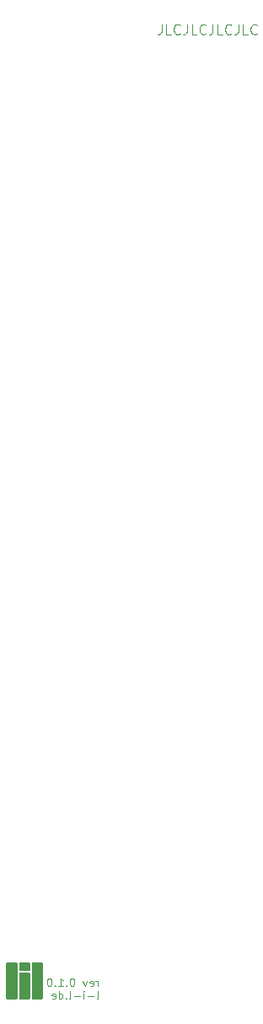
<source format=gbo>
G04 #@! TF.GenerationSoftware,KiCad,Pcbnew,8.0.5*
G04 #@! TF.CreationDate,2024-11-11T16:09:23-05:00*
G04 #@! TF.ProjectId,kicad_frontpanel,6b696361-645f-4667-926f-6e7470616e65,rev?*
G04 #@! TF.SameCoordinates,Original*
G04 #@! TF.FileFunction,Legend,Bot*
G04 #@! TF.FilePolarity,Positive*
%FSLAX46Y46*%
G04 Gerber Fmt 4.6, Leading zero omitted, Abs format (unit mm)*
G04 Created by KiCad (PCBNEW 8.0.5) date 2024-11-11 16:09:23*
%MOMM*%
%LPD*%
G01*
G04 APERTURE LIST*
%ADD10C,0.000000*%
%ADD11C,0.100000*%
%ADD12C,0.150000*%
%ADD13C,6.400000*%
%ADD14C,2.200000*%
%ADD15O,6.400000X3.200000*%
%ADD16C,7.200000*%
G04 APERTURE END LIST*
D10*
G36*
X23849387Y-133409812D02*
G01*
X23857422Y-133410428D01*
X23865342Y-133411442D01*
X23873140Y-133412844D01*
X23880803Y-133414624D01*
X23888323Y-133416772D01*
X23895688Y-133419278D01*
X23902890Y-133422131D01*
X23909917Y-133425321D01*
X23916759Y-133428838D01*
X23923407Y-133432671D01*
X23929849Y-133436812D01*
X23936077Y-133441249D01*
X23942079Y-133445972D01*
X23947846Y-133450972D01*
X23953367Y-133456237D01*
X23958633Y-133461758D01*
X23963632Y-133467525D01*
X23968355Y-133473527D01*
X23972792Y-133479755D01*
X23976933Y-133486198D01*
X23980767Y-133492845D01*
X23984284Y-133499688D01*
X23987474Y-133506715D01*
X23990326Y-133513916D01*
X23992832Y-133521281D01*
X23994980Y-133528801D01*
X23996760Y-133536465D01*
X23998162Y-133544262D01*
X23999176Y-133552183D01*
X23999792Y-133560217D01*
X24000000Y-133568354D01*
X24000000Y-134150438D01*
X23999792Y-134158575D01*
X23999176Y-134166609D01*
X23998162Y-134174530D01*
X23996760Y-134182327D01*
X23994980Y-134189991D01*
X23992832Y-134197510D01*
X23990326Y-134204876D01*
X23987474Y-134212077D01*
X23984284Y-134219104D01*
X23980767Y-134225946D01*
X23976933Y-134232594D01*
X23972792Y-134239037D01*
X23968355Y-134245264D01*
X23963632Y-134251267D01*
X23958633Y-134257033D01*
X23953367Y-134262555D01*
X23947846Y-134267820D01*
X23942079Y-134272820D01*
X23936077Y-134277543D01*
X23929849Y-134281980D01*
X23923407Y-134286120D01*
X23916759Y-134289954D01*
X23909917Y-134293471D01*
X23902890Y-134296661D01*
X23895688Y-134299514D01*
X23888323Y-134302019D01*
X23880803Y-134304167D01*
X23873140Y-134305947D01*
X23865342Y-134307350D01*
X23857422Y-134308364D01*
X23849387Y-134308980D01*
X23841250Y-134309188D01*
X23034271Y-134309188D01*
X23026134Y-134308980D01*
X23018099Y-134308364D01*
X23010179Y-134307350D01*
X23002381Y-134305947D01*
X22994718Y-134304167D01*
X22987198Y-134302019D01*
X22979833Y-134299514D01*
X22972631Y-134296661D01*
X22965604Y-134293471D01*
X22958762Y-134289954D01*
X22952114Y-134286120D01*
X22945672Y-134281980D01*
X22939444Y-134277543D01*
X22933442Y-134272820D01*
X22927675Y-134267820D01*
X22922154Y-134262555D01*
X22916888Y-134257033D01*
X22911889Y-134251267D01*
X22907166Y-134245264D01*
X22902729Y-134239037D01*
X22898588Y-134232594D01*
X22894754Y-134225946D01*
X22891237Y-134219104D01*
X22888047Y-134212077D01*
X22885194Y-134204876D01*
X22882689Y-134197510D01*
X22880541Y-134189991D01*
X22878761Y-134182327D01*
X22877359Y-134174530D01*
X22876344Y-134166609D01*
X22875728Y-134158575D01*
X22875521Y-134150438D01*
X22875521Y-133568354D01*
X22875728Y-133560217D01*
X22876344Y-133552183D01*
X22877359Y-133544262D01*
X22878761Y-133536465D01*
X22880541Y-133528801D01*
X22882689Y-133521281D01*
X22885194Y-133513916D01*
X22888047Y-133506715D01*
X22891237Y-133499688D01*
X22894754Y-133492845D01*
X22898588Y-133486198D01*
X22902729Y-133479755D01*
X22907166Y-133473527D01*
X22911889Y-133467525D01*
X22916888Y-133461758D01*
X22922154Y-133456237D01*
X22927675Y-133450972D01*
X22933442Y-133445972D01*
X22939444Y-133441249D01*
X22945672Y-133436812D01*
X22952114Y-133432671D01*
X22958762Y-133428838D01*
X22965604Y-133425321D01*
X22972631Y-133422131D01*
X22979833Y-133419278D01*
X22987198Y-133416772D01*
X22994718Y-133414624D01*
X23002381Y-133412844D01*
X23010179Y-133411442D01*
X23018099Y-133410428D01*
X23026134Y-133409812D01*
X23034271Y-133409604D01*
X23841250Y-133409604D01*
X23849387Y-133409812D01*
G37*
G36*
X22574096Y-133409812D02*
G01*
X22582130Y-133410428D01*
X22590051Y-133411442D01*
X22597848Y-133412844D01*
X22605511Y-133414625D01*
X22613031Y-133416772D01*
X22620397Y-133419278D01*
X22627598Y-133422131D01*
X22634625Y-133425321D01*
X22641467Y-133428838D01*
X22648115Y-133432671D01*
X22654558Y-133436812D01*
X22660785Y-133441249D01*
X22666787Y-133445972D01*
X22672554Y-133450972D01*
X22678075Y-133456237D01*
X22683341Y-133461758D01*
X22688340Y-133467525D01*
X22693064Y-133473527D01*
X22697501Y-133479755D01*
X22701641Y-133486198D01*
X22705475Y-133492845D01*
X22708992Y-133499688D01*
X22712182Y-133506715D01*
X22715035Y-133513916D01*
X22717540Y-133521282D01*
X22719688Y-133528801D01*
X22721468Y-133536465D01*
X22722870Y-133544262D01*
X22723885Y-133552183D01*
X22724501Y-133560217D01*
X22724708Y-133568354D01*
X22724708Y-137001323D01*
X22724501Y-137009340D01*
X22723885Y-137017262D01*
X22722870Y-137025077D01*
X22721468Y-137032776D01*
X22719688Y-137040348D01*
X22717540Y-137047782D01*
X22715035Y-137055069D01*
X22712182Y-137062198D01*
X22708992Y-137069158D01*
X22705475Y-137075939D01*
X22701641Y-137082530D01*
X22697501Y-137088922D01*
X22693064Y-137095104D01*
X22688340Y-137101065D01*
X22683341Y-137106794D01*
X22678076Y-137112283D01*
X22672554Y-137117519D01*
X22666787Y-137122493D01*
X22660785Y-137127194D01*
X22654558Y-137131612D01*
X22648115Y-137135736D01*
X22641467Y-137139557D01*
X22634625Y-137143063D01*
X22627598Y-137146244D01*
X22620397Y-137149090D01*
X22613031Y-137151590D01*
X22605511Y-137153735D01*
X22597848Y-137155512D01*
X22590051Y-137156913D01*
X22582130Y-137157927D01*
X22574096Y-137158542D01*
X22565958Y-137158750D01*
X21758979Y-137158750D01*
X21750842Y-137158542D01*
X21742808Y-137157926D01*
X21734887Y-137156912D01*
X21727090Y-137155510D01*
X21719426Y-137153730D01*
X21711906Y-137151582D01*
X21704541Y-137149076D01*
X21697340Y-137146223D01*
X21690313Y-137143034D01*
X21683470Y-137139517D01*
X21676823Y-137135683D01*
X21670380Y-137131542D01*
X21664152Y-137127105D01*
X21658150Y-137122382D01*
X21652383Y-137117383D01*
X21646862Y-137112117D01*
X21641597Y-137106596D01*
X21636597Y-137100829D01*
X21631874Y-137094827D01*
X21627437Y-137088599D01*
X21623296Y-137082157D01*
X21619463Y-137075509D01*
X21615946Y-137068667D01*
X21612756Y-137061640D01*
X21609903Y-137054438D01*
X21607397Y-137047073D01*
X21605249Y-137039553D01*
X21603469Y-137031890D01*
X21602067Y-137024092D01*
X21601053Y-137016172D01*
X21600437Y-137008137D01*
X21600229Y-137000000D01*
X21600229Y-133568354D01*
X21600437Y-133560217D01*
X21601053Y-133552183D01*
X21602067Y-133544262D01*
X21603469Y-133536465D01*
X21605249Y-133528801D01*
X21607397Y-133521282D01*
X21609903Y-133513916D01*
X21612756Y-133506715D01*
X21615946Y-133499688D01*
X21619463Y-133492845D01*
X21623296Y-133486198D01*
X21627437Y-133479755D01*
X21631874Y-133473527D01*
X21636597Y-133467525D01*
X21641597Y-133461758D01*
X21646862Y-133456237D01*
X21652383Y-133450972D01*
X21658150Y-133445972D01*
X21664152Y-133441249D01*
X21670380Y-133436812D01*
X21676823Y-133432671D01*
X21683470Y-133428838D01*
X21690313Y-133425321D01*
X21697340Y-133422131D01*
X21704541Y-133419278D01*
X21711906Y-133416772D01*
X21719426Y-133414625D01*
X21727090Y-133412844D01*
X21734887Y-133411442D01*
X21742808Y-133410428D01*
X21750842Y-133409812D01*
X21758979Y-133409604D01*
X22565958Y-133409604D01*
X22574096Y-133409812D01*
G37*
G36*
X23849387Y-134458885D02*
G01*
X23857422Y-134459501D01*
X23865342Y-134460515D01*
X23873140Y-134461917D01*
X23880803Y-134463697D01*
X23888323Y-134465845D01*
X23895688Y-134468351D01*
X23902890Y-134471203D01*
X23909917Y-134474393D01*
X23916759Y-134477910D01*
X23923407Y-134481744D01*
X23929849Y-134485885D01*
X23936077Y-134490322D01*
X23942079Y-134495045D01*
X23947846Y-134500045D01*
X23953367Y-134505310D01*
X23958633Y-134510831D01*
X23963632Y-134516598D01*
X23968355Y-134522600D01*
X23972792Y-134528828D01*
X23976933Y-134535271D01*
X23980767Y-134541918D01*
X23984284Y-134548761D01*
X23987474Y-134555787D01*
X23990326Y-134562989D01*
X23992832Y-134570354D01*
X23994980Y-134577874D01*
X23996760Y-134585538D01*
X23998162Y-134593335D01*
X23999176Y-134601256D01*
X23999792Y-134609290D01*
X24000000Y-134617427D01*
X24000000Y-137000000D01*
X23999792Y-137008137D01*
X23999176Y-137016172D01*
X23998162Y-137024092D01*
X23996760Y-137031890D01*
X23994980Y-137039553D01*
X23992832Y-137047073D01*
X23990326Y-137054438D01*
X23987474Y-137061640D01*
X23984284Y-137068667D01*
X23980767Y-137075509D01*
X23976933Y-137082157D01*
X23972792Y-137088599D01*
X23968355Y-137094827D01*
X23963632Y-137100829D01*
X23958633Y-137106596D01*
X23953367Y-137112117D01*
X23947846Y-137117383D01*
X23942079Y-137122382D01*
X23936077Y-137127105D01*
X23929849Y-137131542D01*
X23923407Y-137135683D01*
X23916759Y-137139517D01*
X23909917Y-137143034D01*
X23902890Y-137146223D01*
X23895688Y-137149076D01*
X23888323Y-137151582D01*
X23880803Y-137153730D01*
X23873140Y-137155510D01*
X23865342Y-137156912D01*
X23857422Y-137157926D01*
X23849387Y-137158542D01*
X23841250Y-137158750D01*
X23034271Y-137158750D01*
X23026134Y-137158542D01*
X23018099Y-137157926D01*
X23010179Y-137156912D01*
X23002381Y-137155510D01*
X22994718Y-137153730D01*
X22987198Y-137151582D01*
X22979833Y-137149076D01*
X22972631Y-137146223D01*
X22965604Y-137143034D01*
X22958762Y-137139517D01*
X22952114Y-137135683D01*
X22945672Y-137131542D01*
X22939444Y-137127105D01*
X22933442Y-137122382D01*
X22927675Y-137117383D01*
X22922154Y-137112117D01*
X22916888Y-137106596D01*
X22911889Y-137100829D01*
X22907166Y-137094827D01*
X22902729Y-137088599D01*
X22898588Y-137082157D01*
X22894754Y-137075509D01*
X22891237Y-137068667D01*
X22888047Y-137061640D01*
X22885194Y-137054438D01*
X22882689Y-137047073D01*
X22880541Y-137039553D01*
X22878761Y-137031890D01*
X22877359Y-137024092D01*
X22876344Y-137016172D01*
X22875728Y-137008137D01*
X22875521Y-137000000D01*
X22875521Y-134617427D01*
X22875728Y-134609290D01*
X22876344Y-134601256D01*
X22877359Y-134593335D01*
X22878761Y-134585538D01*
X22880541Y-134577874D01*
X22882689Y-134570354D01*
X22885194Y-134562989D01*
X22888047Y-134555787D01*
X22891237Y-134548761D01*
X22894754Y-134541918D01*
X22898588Y-134535271D01*
X22902729Y-134528828D01*
X22907166Y-134522600D01*
X22911889Y-134516598D01*
X22916888Y-134510831D01*
X22922154Y-134505310D01*
X22927675Y-134500045D01*
X22933442Y-134495045D01*
X22939444Y-134490322D01*
X22945672Y-134485885D01*
X22952114Y-134481744D01*
X22958762Y-134477910D01*
X22965604Y-134474393D01*
X22972631Y-134471203D01*
X22979833Y-134468351D01*
X22987198Y-134465845D01*
X22994718Y-134463697D01*
X23002381Y-134461917D01*
X23010179Y-134460515D01*
X23018099Y-134459501D01*
X23026134Y-134458885D01*
X23034271Y-134458677D01*
X23841250Y-134458677D01*
X23849387Y-134458885D01*
G37*
G36*
X25124679Y-133409812D02*
G01*
X25132713Y-133410428D01*
X25140634Y-133411442D01*
X25148431Y-133412844D01*
X25156095Y-133414625D01*
X25163614Y-133416772D01*
X25170980Y-133419278D01*
X25178181Y-133422131D01*
X25185208Y-133425321D01*
X25192050Y-133428838D01*
X25198698Y-133432671D01*
X25205141Y-133436812D01*
X25211368Y-133441249D01*
X25217371Y-133445972D01*
X25223137Y-133450972D01*
X25228659Y-133456237D01*
X25233924Y-133461758D01*
X25238924Y-133467525D01*
X25243647Y-133473527D01*
X25248084Y-133479755D01*
X25252224Y-133486198D01*
X25256058Y-133492845D01*
X25259575Y-133499688D01*
X25262765Y-133506715D01*
X25265618Y-133513916D01*
X25268123Y-133521282D01*
X25270271Y-133528801D01*
X25272051Y-133536465D01*
X25273454Y-133544262D01*
X25274468Y-133552183D01*
X25275084Y-133560217D01*
X25275291Y-133568354D01*
X25275291Y-137001323D01*
X25275084Y-137009340D01*
X25274468Y-137017262D01*
X25273454Y-137025077D01*
X25272051Y-137032776D01*
X25270271Y-137040348D01*
X25268123Y-137047782D01*
X25265618Y-137055069D01*
X25262765Y-137062198D01*
X25259575Y-137069158D01*
X25256058Y-137075939D01*
X25252224Y-137082530D01*
X25248084Y-137088922D01*
X25243647Y-137095104D01*
X25238924Y-137101065D01*
X25233924Y-137106794D01*
X25228659Y-137112283D01*
X25223137Y-137117519D01*
X25217371Y-137122493D01*
X25211368Y-137127194D01*
X25205141Y-137131612D01*
X25198698Y-137135736D01*
X25192050Y-137139557D01*
X25185208Y-137143063D01*
X25178181Y-137146244D01*
X25170980Y-137149090D01*
X25163614Y-137151590D01*
X25156095Y-137153735D01*
X25148431Y-137155512D01*
X25140634Y-137156913D01*
X25132713Y-137157927D01*
X25124679Y-137158542D01*
X25116542Y-137158750D01*
X24309562Y-137158750D01*
X24301425Y-137158542D01*
X24293391Y-137157926D01*
X24285470Y-137156912D01*
X24277673Y-137155510D01*
X24270009Y-137153730D01*
X24262490Y-137151582D01*
X24255124Y-137149076D01*
X24247923Y-137146223D01*
X24240896Y-137143034D01*
X24234053Y-137139517D01*
X24227406Y-137135683D01*
X24220963Y-137131542D01*
X24214736Y-137127105D01*
X24208733Y-137122382D01*
X24202966Y-137117383D01*
X24197445Y-137112117D01*
X24192180Y-137106596D01*
X24187180Y-137100829D01*
X24182457Y-137094827D01*
X24178020Y-137088599D01*
X24173880Y-137082157D01*
X24170046Y-137075509D01*
X24166529Y-137068667D01*
X24163339Y-137061640D01*
X24160486Y-137054438D01*
X24157981Y-137047073D01*
X24155833Y-137039553D01*
X24154053Y-137031890D01*
X24152650Y-137024092D01*
X24151636Y-137016172D01*
X24151020Y-137008137D01*
X24150813Y-137000000D01*
X24150813Y-133568354D01*
X24151020Y-133560217D01*
X24151636Y-133552183D01*
X24152650Y-133544262D01*
X24154053Y-133536465D01*
X24155833Y-133528801D01*
X24157981Y-133521282D01*
X24160486Y-133513916D01*
X24163339Y-133506715D01*
X24166529Y-133499688D01*
X24170046Y-133492845D01*
X24173880Y-133486198D01*
X24178020Y-133479755D01*
X24182457Y-133473527D01*
X24187180Y-133467525D01*
X24192180Y-133461758D01*
X24197445Y-133456237D01*
X24202966Y-133450972D01*
X24208733Y-133445972D01*
X24214736Y-133441249D01*
X24220963Y-133436812D01*
X24227406Y-133432671D01*
X24234053Y-133428838D01*
X24240896Y-133425321D01*
X24247923Y-133422131D01*
X24255124Y-133419278D01*
X24262490Y-133416772D01*
X24270009Y-133414625D01*
X24277673Y-133412844D01*
X24285470Y-133411442D01*
X24293391Y-133410428D01*
X24301425Y-133409812D01*
X24309562Y-133409604D01*
X25116542Y-133409604D01*
X25124679Y-133409812D01*
G37*
D11*
X30793734Y-135808940D02*
X30793734Y-135275606D01*
X30793734Y-135427987D02*
X30755639Y-135351797D01*
X30755639Y-135351797D02*
X30717544Y-135313702D01*
X30717544Y-135313702D02*
X30641353Y-135275606D01*
X30641353Y-135275606D02*
X30565163Y-135275606D01*
X29993734Y-135770845D02*
X30069925Y-135808940D01*
X30069925Y-135808940D02*
X30222306Y-135808940D01*
X30222306Y-135808940D02*
X30298496Y-135770845D01*
X30298496Y-135770845D02*
X30336592Y-135694654D01*
X30336592Y-135694654D02*
X30336592Y-135389892D01*
X30336592Y-135389892D02*
X30298496Y-135313702D01*
X30298496Y-135313702D02*
X30222306Y-135275606D01*
X30222306Y-135275606D02*
X30069925Y-135275606D01*
X30069925Y-135275606D02*
X29993734Y-135313702D01*
X29993734Y-135313702D02*
X29955639Y-135389892D01*
X29955639Y-135389892D02*
X29955639Y-135466083D01*
X29955639Y-135466083D02*
X30336592Y-135542273D01*
X29688973Y-135275606D02*
X29498497Y-135808940D01*
X29498497Y-135808940D02*
X29308020Y-135275606D01*
X28241353Y-135008940D02*
X28165163Y-135008940D01*
X28165163Y-135008940D02*
X28088972Y-135047035D01*
X28088972Y-135047035D02*
X28050877Y-135085130D01*
X28050877Y-135085130D02*
X28012782Y-135161321D01*
X28012782Y-135161321D02*
X27974687Y-135313702D01*
X27974687Y-135313702D02*
X27974687Y-135504178D01*
X27974687Y-135504178D02*
X28012782Y-135656559D01*
X28012782Y-135656559D02*
X28050877Y-135732749D01*
X28050877Y-135732749D02*
X28088972Y-135770845D01*
X28088972Y-135770845D02*
X28165163Y-135808940D01*
X28165163Y-135808940D02*
X28241353Y-135808940D01*
X28241353Y-135808940D02*
X28317544Y-135770845D01*
X28317544Y-135770845D02*
X28355639Y-135732749D01*
X28355639Y-135732749D02*
X28393734Y-135656559D01*
X28393734Y-135656559D02*
X28431830Y-135504178D01*
X28431830Y-135504178D02*
X28431830Y-135313702D01*
X28431830Y-135313702D02*
X28393734Y-135161321D01*
X28393734Y-135161321D02*
X28355639Y-135085130D01*
X28355639Y-135085130D02*
X28317544Y-135047035D01*
X28317544Y-135047035D02*
X28241353Y-135008940D01*
X27631829Y-135732749D02*
X27593734Y-135770845D01*
X27593734Y-135770845D02*
X27631829Y-135808940D01*
X27631829Y-135808940D02*
X27669925Y-135770845D01*
X27669925Y-135770845D02*
X27631829Y-135732749D01*
X27631829Y-135732749D02*
X27631829Y-135808940D01*
X26831830Y-135808940D02*
X27288973Y-135808940D01*
X27060401Y-135808940D02*
X27060401Y-135008940D01*
X27060401Y-135008940D02*
X27136592Y-135123225D01*
X27136592Y-135123225D02*
X27212782Y-135199416D01*
X27212782Y-135199416D02*
X27288973Y-135237511D01*
X26488972Y-135732749D02*
X26450877Y-135770845D01*
X26450877Y-135770845D02*
X26488972Y-135808940D01*
X26488972Y-135808940D02*
X26527068Y-135770845D01*
X26527068Y-135770845D02*
X26488972Y-135732749D01*
X26488972Y-135732749D02*
X26488972Y-135808940D01*
X25955639Y-135008940D02*
X25879449Y-135008940D01*
X25879449Y-135008940D02*
X25803258Y-135047035D01*
X25803258Y-135047035D02*
X25765163Y-135085130D01*
X25765163Y-135085130D02*
X25727068Y-135161321D01*
X25727068Y-135161321D02*
X25688973Y-135313702D01*
X25688973Y-135313702D02*
X25688973Y-135504178D01*
X25688973Y-135504178D02*
X25727068Y-135656559D01*
X25727068Y-135656559D02*
X25765163Y-135732749D01*
X25765163Y-135732749D02*
X25803258Y-135770845D01*
X25803258Y-135770845D02*
X25879449Y-135808940D01*
X25879449Y-135808940D02*
X25955639Y-135808940D01*
X25955639Y-135808940D02*
X26031830Y-135770845D01*
X26031830Y-135770845D02*
X26069925Y-135732749D01*
X26069925Y-135732749D02*
X26108020Y-135656559D01*
X26108020Y-135656559D02*
X26146116Y-135504178D01*
X26146116Y-135504178D02*
X26146116Y-135313702D01*
X26146116Y-135313702D02*
X26108020Y-135161321D01*
X26108020Y-135161321D02*
X26069925Y-135085130D01*
X26069925Y-135085130D02*
X26031830Y-135047035D01*
X26031830Y-135047035D02*
X25955639Y-135008940D01*
X30679449Y-137096895D02*
X30755639Y-137058800D01*
X30755639Y-137058800D02*
X30793734Y-136982609D01*
X30793734Y-136982609D02*
X30793734Y-136296895D01*
X30374686Y-136792133D02*
X29765163Y-136792133D01*
X29384210Y-137096895D02*
X29384210Y-136563561D01*
X29384210Y-136296895D02*
X29422306Y-136334990D01*
X29422306Y-136334990D02*
X29384210Y-136373085D01*
X29384210Y-136373085D02*
X29346115Y-136334990D01*
X29346115Y-136334990D02*
X29384210Y-136296895D01*
X29384210Y-136296895D02*
X29384210Y-136373085D01*
X29003258Y-136792133D02*
X28393735Y-136792133D01*
X27898497Y-137096895D02*
X27974687Y-137058800D01*
X27974687Y-137058800D02*
X28012782Y-136982609D01*
X28012782Y-136982609D02*
X28012782Y-136296895D01*
X27593734Y-137020704D02*
X27555639Y-137058800D01*
X27555639Y-137058800D02*
X27593734Y-137096895D01*
X27593734Y-137096895D02*
X27631830Y-137058800D01*
X27631830Y-137058800D02*
X27593734Y-137020704D01*
X27593734Y-137020704D02*
X27593734Y-137096895D01*
X26869925Y-137096895D02*
X26869925Y-136296895D01*
X26869925Y-137058800D02*
X26946116Y-137096895D01*
X26946116Y-137096895D02*
X27098497Y-137096895D01*
X27098497Y-137096895D02*
X27174687Y-137058800D01*
X27174687Y-137058800D02*
X27212782Y-137020704D01*
X27212782Y-137020704D02*
X27250878Y-136944514D01*
X27250878Y-136944514D02*
X27250878Y-136715942D01*
X27250878Y-136715942D02*
X27212782Y-136639752D01*
X27212782Y-136639752D02*
X27174687Y-136601657D01*
X27174687Y-136601657D02*
X27098497Y-136563561D01*
X27098497Y-136563561D02*
X26946116Y-136563561D01*
X26946116Y-136563561D02*
X26869925Y-136601657D01*
X26184210Y-137058800D02*
X26260401Y-137096895D01*
X26260401Y-137096895D02*
X26412782Y-137096895D01*
X26412782Y-137096895D02*
X26488972Y-137058800D01*
X26488972Y-137058800D02*
X26527068Y-136982609D01*
X26527068Y-136982609D02*
X26527068Y-136677847D01*
X26527068Y-136677847D02*
X26488972Y-136601657D01*
X26488972Y-136601657D02*
X26412782Y-136563561D01*
X26412782Y-136563561D02*
X26260401Y-136563561D01*
X26260401Y-136563561D02*
X26184210Y-136601657D01*
X26184210Y-136601657D02*
X26146115Y-136677847D01*
X26146115Y-136677847D02*
X26146115Y-136754038D01*
X26146115Y-136754038D02*
X26527068Y-136830228D01*
X37189598Y-39272419D02*
X37189598Y-39986704D01*
X37189598Y-39986704D02*
X37141979Y-40129561D01*
X37141979Y-40129561D02*
X37046741Y-40224800D01*
X37046741Y-40224800D02*
X36903884Y-40272419D01*
X36903884Y-40272419D02*
X36808646Y-40272419D01*
X38141979Y-40272419D02*
X37665789Y-40272419D01*
X37665789Y-40272419D02*
X37665789Y-39272419D01*
X39046741Y-40177180D02*
X38999122Y-40224800D01*
X38999122Y-40224800D02*
X38856265Y-40272419D01*
X38856265Y-40272419D02*
X38761027Y-40272419D01*
X38761027Y-40272419D02*
X38618170Y-40224800D01*
X38618170Y-40224800D02*
X38522932Y-40129561D01*
X38522932Y-40129561D02*
X38475313Y-40034323D01*
X38475313Y-40034323D02*
X38427694Y-39843847D01*
X38427694Y-39843847D02*
X38427694Y-39700990D01*
X38427694Y-39700990D02*
X38475313Y-39510514D01*
X38475313Y-39510514D02*
X38522932Y-39415276D01*
X38522932Y-39415276D02*
X38618170Y-39320038D01*
X38618170Y-39320038D02*
X38761027Y-39272419D01*
X38761027Y-39272419D02*
X38856265Y-39272419D01*
X38856265Y-39272419D02*
X38999122Y-39320038D01*
X38999122Y-39320038D02*
X39046741Y-39367657D01*
X39761027Y-39272419D02*
X39761027Y-39986704D01*
X39761027Y-39986704D02*
X39713408Y-40129561D01*
X39713408Y-40129561D02*
X39618170Y-40224800D01*
X39618170Y-40224800D02*
X39475313Y-40272419D01*
X39475313Y-40272419D02*
X39380075Y-40272419D01*
X40713408Y-40272419D02*
X40237218Y-40272419D01*
X40237218Y-40272419D02*
X40237218Y-39272419D01*
X41618170Y-40177180D02*
X41570551Y-40224800D01*
X41570551Y-40224800D02*
X41427694Y-40272419D01*
X41427694Y-40272419D02*
X41332456Y-40272419D01*
X41332456Y-40272419D02*
X41189599Y-40224800D01*
X41189599Y-40224800D02*
X41094361Y-40129561D01*
X41094361Y-40129561D02*
X41046742Y-40034323D01*
X41046742Y-40034323D02*
X40999123Y-39843847D01*
X40999123Y-39843847D02*
X40999123Y-39700990D01*
X40999123Y-39700990D02*
X41046742Y-39510514D01*
X41046742Y-39510514D02*
X41094361Y-39415276D01*
X41094361Y-39415276D02*
X41189599Y-39320038D01*
X41189599Y-39320038D02*
X41332456Y-39272419D01*
X41332456Y-39272419D02*
X41427694Y-39272419D01*
X41427694Y-39272419D02*
X41570551Y-39320038D01*
X41570551Y-39320038D02*
X41618170Y-39367657D01*
X42332456Y-39272419D02*
X42332456Y-39986704D01*
X42332456Y-39986704D02*
X42284837Y-40129561D01*
X42284837Y-40129561D02*
X42189599Y-40224800D01*
X42189599Y-40224800D02*
X42046742Y-40272419D01*
X42046742Y-40272419D02*
X41951504Y-40272419D01*
X43284837Y-40272419D02*
X42808647Y-40272419D01*
X42808647Y-40272419D02*
X42808647Y-39272419D01*
X44189599Y-40177180D02*
X44141980Y-40224800D01*
X44141980Y-40224800D02*
X43999123Y-40272419D01*
X43999123Y-40272419D02*
X43903885Y-40272419D01*
X43903885Y-40272419D02*
X43761028Y-40224800D01*
X43761028Y-40224800D02*
X43665790Y-40129561D01*
X43665790Y-40129561D02*
X43618171Y-40034323D01*
X43618171Y-40034323D02*
X43570552Y-39843847D01*
X43570552Y-39843847D02*
X43570552Y-39700990D01*
X43570552Y-39700990D02*
X43618171Y-39510514D01*
X43618171Y-39510514D02*
X43665790Y-39415276D01*
X43665790Y-39415276D02*
X43761028Y-39320038D01*
X43761028Y-39320038D02*
X43903885Y-39272419D01*
X43903885Y-39272419D02*
X43999123Y-39272419D01*
X43999123Y-39272419D02*
X44141980Y-39320038D01*
X44141980Y-39320038D02*
X44189599Y-39367657D01*
X44903885Y-39272419D02*
X44903885Y-39986704D01*
X44903885Y-39986704D02*
X44856266Y-40129561D01*
X44856266Y-40129561D02*
X44761028Y-40224800D01*
X44761028Y-40224800D02*
X44618171Y-40272419D01*
X44618171Y-40272419D02*
X44522933Y-40272419D01*
X45856266Y-40272419D02*
X45380076Y-40272419D01*
X45380076Y-40272419D02*
X45380076Y-39272419D01*
X46761028Y-40177180D02*
X46713409Y-40224800D01*
X46713409Y-40224800D02*
X46570552Y-40272419D01*
X46570552Y-40272419D02*
X46475314Y-40272419D01*
X46475314Y-40272419D02*
X46332457Y-40224800D01*
X46332457Y-40224800D02*
X46237219Y-40129561D01*
X46237219Y-40129561D02*
X46189600Y-40034323D01*
X46189600Y-40034323D02*
X46141981Y-39843847D01*
X46141981Y-39843847D02*
X46141981Y-39700990D01*
X46141981Y-39700990D02*
X46189600Y-39510514D01*
X46189600Y-39510514D02*
X46237219Y-39415276D01*
X46237219Y-39415276D02*
X46332457Y-39320038D01*
X46332457Y-39320038D02*
X46475314Y-39272419D01*
X46475314Y-39272419D02*
X46570552Y-39272419D01*
X46570552Y-39272419D02*
X46713409Y-39320038D01*
X46713409Y-39320038D02*
X46761028Y-39367657D01*
%LPC*%
D12*
X20000000Y-63700000D02*
X50000000Y-63700000D01*
X50000000Y-87800000D01*
X20000000Y-87800000D01*
X20000000Y-63700000D01*
G36*
X20000000Y-63700000D02*
G01*
X50000000Y-63700000D01*
X50000000Y-87800000D01*
X20000000Y-87800000D01*
X20000000Y-63700000D01*
G37*
D13*
X35000000Y-109525000D03*
D14*
X39200000Y-80200000D03*
D13*
X35000000Y-95675000D03*
D15*
X44650000Y-135500000D03*
X25350000Y-13000000D03*
D14*
X28650000Y-76600000D03*
X46500000Y-21750000D03*
D16*
X35000000Y-53725000D03*
D13*
X45300000Y-123300000D03*
D14*
X29900000Y-81350000D03*
X45275000Y-74450000D03*
X33975000Y-79350000D03*
D13*
X24675000Y-109500000D03*
X24700000Y-95675000D03*
D14*
X40075000Y-75750000D03*
D13*
X34975000Y-123325000D03*
X45300000Y-109500000D03*
X24700000Y-123300000D03*
X45300000Y-95675000D03*
%LPD*%
M02*

</source>
